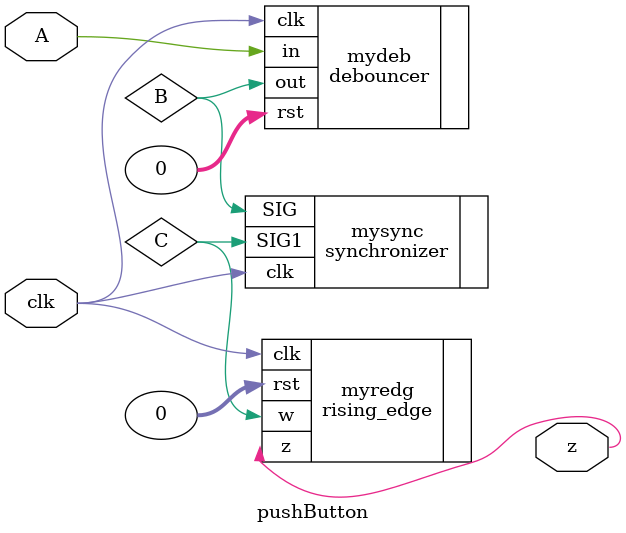
<source format=v>
`timescale 1ns / 1ps


module pushButton(
    input A,
    input clk,
    
    output z
    );
    
    wire clk_out;
    wire B, C;
    
    // clockDivider #(500000) myclk( .clk(clk), .rst(0), .en(1), .clk_out(clk_out) );
    
    debouncer mydeb(.clk(clk) , .rst(0), .in(A), .out(B) );
    
    synchronizer mysync(.clk(clk) , .SIG(B), .SIG1(C) );
    
    rising_edge myredg( .clk(clk) , .rst(0) , .w(C), .z(z) );
    
   
endmodule

</source>
